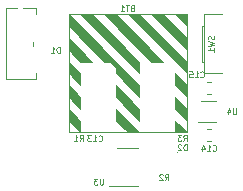
<source format=gbo>
%TF.GenerationSoftware,KiCad,Pcbnew,5.1.7-a382d34a8~87~ubuntu20.04.1*%
%TF.CreationDate,2020-10-26T14:53:32+05:00*%
%TF.ProjectId,OneRing,4f6e6552-696e-4672-9e6b-696361645f70,rev?*%
%TF.SameCoordinates,Original*%
%TF.FileFunction,Legend,Bot*%
%TF.FilePolarity,Positive*%
%FSLAX46Y46*%
G04 Gerber Fmt 4.6, Leading zero omitted, Abs format (unit mm)*
G04 Created by KiCad (PCBNEW 5.1.7-a382d34a8~87~ubuntu20.04.1) date 2020-10-26 14:53:32*
%MOMM*%
%LPD*%
G01*
G04 APERTURE LIST*
%ADD10C,0.120000*%
%ADD11C,0.100000*%
%ADD12C,0.125000*%
%ADD13C,1.700000*%
%ADD14C,0.600000*%
%ADD15C,1.100000*%
G04 APERTURE END LIST*
D10*
%TO.C,U4*%
X170950000Y-109100000D02*
X172500000Y-109100000D01*
X172500000Y-107300000D02*
X171200000Y-107300000D01*
D11*
%TO.C,BT1*%
G36*
X164000000Y-108000000D02*
G01*
X164000000Y-109000000D01*
X165000000Y-110000000D01*
X166000000Y-110000000D01*
X164000000Y-108000000D01*
G37*
X164000000Y-108000000D02*
X164000000Y-109000000D01*
X165000000Y-110000000D01*
X166000000Y-110000000D01*
X164000000Y-108000000D01*
G36*
X166000000Y-108000000D02*
G01*
X164000000Y-106000000D01*
X164000000Y-107000000D01*
X166000000Y-109000000D01*
X166000000Y-108000000D01*
G37*
X166000000Y-108000000D02*
X164000000Y-106000000D01*
X164000000Y-107000000D01*
X166000000Y-109000000D01*
X166000000Y-108000000D01*
G36*
X166000000Y-106000000D02*
G01*
X164000000Y-104000000D01*
X163500000Y-104000000D01*
X164000000Y-104500000D01*
X164000000Y-105000000D01*
X166000000Y-107000000D01*
X166000000Y-106000000D01*
G37*
X166000000Y-106000000D02*
X164000000Y-104000000D01*
X163500000Y-104000000D01*
X164000000Y-104500000D01*
X164000000Y-105000000D01*
X166000000Y-107000000D01*
X166000000Y-106000000D01*
G36*
X161000000Y-109000000D02*
G01*
X160000000Y-108000000D01*
X160000000Y-109000000D01*
X161000000Y-110000000D01*
X161000000Y-109000000D01*
G37*
X161000000Y-109000000D02*
X160000000Y-108000000D01*
X160000000Y-109000000D01*
X161000000Y-110000000D01*
X161000000Y-109000000D01*
G36*
X161000000Y-107000000D02*
G01*
X160000000Y-106000000D01*
X160000000Y-107000000D01*
X161000000Y-108000000D01*
X161000000Y-107000000D01*
G37*
X161000000Y-107000000D02*
X160000000Y-106000000D01*
X160000000Y-107000000D01*
X161000000Y-108000000D01*
X161000000Y-107000000D01*
G36*
X161000000Y-105000000D02*
G01*
X160000000Y-104000000D01*
X160000000Y-105000000D01*
X161000000Y-106000000D01*
X161000000Y-105000000D01*
G37*
X161000000Y-105000000D02*
X160000000Y-104000000D01*
X160000000Y-105000000D01*
X161000000Y-106000000D01*
X161000000Y-105000000D01*
G36*
X160000000Y-102000000D02*
G01*
X160000000Y-103000000D01*
X161000000Y-104000000D01*
X162000000Y-104000000D01*
X160000000Y-102000000D01*
G37*
X160000000Y-102000000D02*
X160000000Y-103000000D01*
X161000000Y-104000000D01*
X162000000Y-104000000D01*
X160000000Y-102000000D01*
G36*
X160000000Y-100000000D02*
G01*
X160000000Y-101000000D01*
X163000000Y-104000000D01*
X164000000Y-104000000D01*
X160000000Y-100000000D01*
G37*
X160000000Y-100000000D02*
X160000000Y-101000000D01*
X163000000Y-104000000D01*
X164000000Y-104000000D01*
X160000000Y-100000000D01*
G36*
X166000000Y-104000000D02*
G01*
X162000000Y-100000000D01*
X161000000Y-100000000D01*
X166000000Y-105000000D01*
X166000000Y-104000000D01*
G37*
X166000000Y-104000000D02*
X162000000Y-100000000D01*
X161000000Y-100000000D01*
X166000000Y-105000000D01*
X166000000Y-104000000D01*
G36*
X164000000Y-100000000D02*
G01*
X163000000Y-100000000D01*
X167000000Y-104000000D01*
X168000000Y-104000000D01*
X164000000Y-100000000D01*
G37*
X164000000Y-100000000D02*
X163000000Y-100000000D01*
X167000000Y-104000000D01*
X168000000Y-104000000D01*
X164000000Y-100000000D01*
G36*
X169000000Y-109000000D02*
G01*
X169000000Y-110000000D01*
X170000000Y-110000000D01*
X169000000Y-109000000D01*
G37*
X169000000Y-109000000D02*
X169000000Y-110000000D01*
X170000000Y-110000000D01*
X169000000Y-109000000D01*
G36*
X170000000Y-108000000D02*
G01*
X169000000Y-107000000D01*
X169000000Y-108000000D01*
X170000000Y-109000000D01*
X170000000Y-108000000D01*
G37*
X170000000Y-108000000D02*
X169000000Y-107000000D01*
X169000000Y-108000000D01*
X170000000Y-109000000D01*
X170000000Y-108000000D01*
G36*
X170000000Y-106000000D02*
G01*
X169000000Y-105000000D01*
X169000000Y-106000000D01*
X170000000Y-107000000D01*
X170000000Y-106000000D01*
G37*
X170000000Y-106000000D02*
X169000000Y-105000000D01*
X169000000Y-106000000D01*
X170000000Y-107000000D01*
X170000000Y-106000000D01*
G36*
X170000000Y-104000000D02*
G01*
X166000000Y-100000000D01*
X165000000Y-100000000D01*
X170000000Y-105000000D01*
X170000000Y-104000000D01*
G37*
X170000000Y-104000000D02*
X166000000Y-100000000D01*
X165000000Y-100000000D01*
X170000000Y-105000000D01*
X170000000Y-104000000D01*
G36*
X170000000Y-102000000D02*
G01*
X168000000Y-100000000D01*
X167000000Y-100000000D01*
X170000000Y-103000000D01*
X170000000Y-102000000D01*
G37*
X170000000Y-102000000D02*
X168000000Y-100000000D01*
X167000000Y-100000000D01*
X170000000Y-103000000D01*
X170000000Y-102000000D01*
G36*
X170000000Y-100000000D02*
G01*
X169000000Y-100000000D01*
X170000000Y-101000000D01*
X170000000Y-100000000D01*
G37*
X170000000Y-100000000D02*
X169000000Y-100000000D01*
X170000000Y-101000000D01*
X170000000Y-100000000D01*
D10*
X160000000Y-100000000D02*
X160000000Y-110000000D01*
X170000000Y-100000000D02*
X160000000Y-100000000D01*
X170000000Y-110000000D02*
X170000000Y-100000000D01*
X160000000Y-110000000D02*
X170000000Y-110000000D01*
%TO.C,C14*%
X172050279Y-109690000D02*
X171724721Y-109690000D01*
X172050279Y-110710000D02*
X171724721Y-110710000D01*
%TO.C,C15*%
X172050279Y-106710000D02*
X171724721Y-106710000D01*
X172050279Y-105690000D02*
X171724721Y-105690000D01*
D11*
%TO.C,D1*%
X160040000Y-104200000D02*
G75*
G03*
X160040000Y-104200000I-50000J0D01*
G01*
%TO.C,D2*%
X169225000Y-111700000D02*
G75*
G03*
X169225000Y-111700000I-50000J0D01*
G01*
D10*
%TO.C,J1*%
X157000000Y-102650000D02*
X157000000Y-102350000D01*
X157250000Y-99500000D02*
X157250000Y-100000000D01*
X154750000Y-105500000D02*
X157250000Y-105500000D01*
X154750000Y-99500000D02*
X154750000Y-105500000D01*
X157250000Y-99500000D02*
X154750000Y-99500000D01*
X157250000Y-105500000D02*
X157250000Y-105000000D01*
%TO.C,SW1*%
X171300000Y-104000000D02*
X171500000Y-104000000D01*
X171300000Y-101000000D02*
X171300000Y-104000000D01*
X171500000Y-101000000D02*
X171300000Y-101000000D01*
X171500000Y-100000000D02*
X173000000Y-100000000D01*
X171500000Y-105000000D02*
X173000000Y-105000000D01*
X171500000Y-100000000D02*
X171500000Y-105000000D01*
%TO.C,U3*%
X165900000Y-114510000D02*
X163450000Y-114510000D01*
X164100000Y-111290000D02*
X165900000Y-111290000D01*
%TO.C,U4*%
D12*
X174205952Y-107926190D02*
X174205952Y-108330952D01*
X174182142Y-108378571D01*
X174158333Y-108402380D01*
X174110714Y-108426190D01*
X174015476Y-108426190D01*
X173967857Y-108402380D01*
X173944047Y-108378571D01*
X173920238Y-108330952D01*
X173920238Y-107926190D01*
X173467857Y-108092857D02*
X173467857Y-108426190D01*
X173586904Y-107902380D02*
X173705952Y-108259523D01*
X173396428Y-108259523D01*
%TO.C,BT1*%
X165392857Y-99464285D02*
X165321428Y-99488095D01*
X165297619Y-99511904D01*
X165273809Y-99559523D01*
X165273809Y-99630952D01*
X165297619Y-99678571D01*
X165321428Y-99702380D01*
X165369047Y-99726190D01*
X165559523Y-99726190D01*
X165559523Y-99226190D01*
X165392857Y-99226190D01*
X165345238Y-99250000D01*
X165321428Y-99273809D01*
X165297619Y-99321428D01*
X165297619Y-99369047D01*
X165321428Y-99416666D01*
X165345238Y-99440476D01*
X165392857Y-99464285D01*
X165559523Y-99464285D01*
X165130952Y-99226190D02*
X164845238Y-99226190D01*
X164988095Y-99726190D02*
X164988095Y-99226190D01*
X164416666Y-99726190D02*
X164702380Y-99726190D01*
X164559523Y-99726190D02*
X164559523Y-99226190D01*
X164607142Y-99297619D01*
X164654761Y-99345238D01*
X164702380Y-99369047D01*
%TO.C,C13*%
X162546428Y-110703571D02*
X162570238Y-110727380D01*
X162641666Y-110751190D01*
X162689285Y-110751190D01*
X162760714Y-110727380D01*
X162808333Y-110679761D01*
X162832142Y-110632142D01*
X162855952Y-110536904D01*
X162855952Y-110465476D01*
X162832142Y-110370238D01*
X162808333Y-110322619D01*
X162760714Y-110275000D01*
X162689285Y-110251190D01*
X162641666Y-110251190D01*
X162570238Y-110275000D01*
X162546428Y-110298809D01*
X162070238Y-110751190D02*
X162355952Y-110751190D01*
X162213095Y-110751190D02*
X162213095Y-110251190D01*
X162260714Y-110322619D01*
X162308333Y-110370238D01*
X162355952Y-110394047D01*
X161903571Y-110251190D02*
X161594047Y-110251190D01*
X161760714Y-110441666D01*
X161689285Y-110441666D01*
X161641666Y-110465476D01*
X161617857Y-110489285D01*
X161594047Y-110536904D01*
X161594047Y-110655952D01*
X161617857Y-110703571D01*
X161641666Y-110727380D01*
X161689285Y-110751190D01*
X161832142Y-110751190D01*
X161879761Y-110727380D01*
X161903571Y-110703571D01*
%TO.C,C14*%
X172208928Y-111503571D02*
X172232738Y-111527380D01*
X172304166Y-111551190D01*
X172351785Y-111551190D01*
X172423214Y-111527380D01*
X172470833Y-111479761D01*
X172494642Y-111432142D01*
X172518452Y-111336904D01*
X172518452Y-111265476D01*
X172494642Y-111170238D01*
X172470833Y-111122619D01*
X172423214Y-111075000D01*
X172351785Y-111051190D01*
X172304166Y-111051190D01*
X172232738Y-111075000D01*
X172208928Y-111098809D01*
X171732738Y-111551190D02*
X172018452Y-111551190D01*
X171875595Y-111551190D02*
X171875595Y-111051190D01*
X171923214Y-111122619D01*
X171970833Y-111170238D01*
X172018452Y-111194047D01*
X171304166Y-111217857D02*
X171304166Y-111551190D01*
X171423214Y-111027380D02*
X171542261Y-111384523D01*
X171232738Y-111384523D01*
%TO.C,C15*%
X171171428Y-105278571D02*
X171195238Y-105302380D01*
X171266666Y-105326190D01*
X171314285Y-105326190D01*
X171385714Y-105302380D01*
X171433333Y-105254761D01*
X171457142Y-105207142D01*
X171480952Y-105111904D01*
X171480952Y-105040476D01*
X171457142Y-104945238D01*
X171433333Y-104897619D01*
X171385714Y-104850000D01*
X171314285Y-104826190D01*
X171266666Y-104826190D01*
X171195238Y-104850000D01*
X171171428Y-104873809D01*
X170695238Y-105326190D02*
X170980952Y-105326190D01*
X170838095Y-105326190D02*
X170838095Y-104826190D01*
X170885714Y-104897619D01*
X170933333Y-104945238D01*
X170980952Y-104969047D01*
X170242857Y-104826190D02*
X170480952Y-104826190D01*
X170504761Y-105064285D01*
X170480952Y-105040476D01*
X170433333Y-105016666D01*
X170314285Y-105016666D01*
X170266666Y-105040476D01*
X170242857Y-105064285D01*
X170219047Y-105111904D01*
X170219047Y-105230952D01*
X170242857Y-105278571D01*
X170266666Y-105302380D01*
X170314285Y-105326190D01*
X170433333Y-105326190D01*
X170480952Y-105302380D01*
X170504761Y-105278571D01*
%TO.C,D1*%
X159269047Y-103256190D02*
X159269047Y-102756190D01*
X159150000Y-102756190D01*
X159078571Y-102780000D01*
X159030952Y-102827619D01*
X159007142Y-102875238D01*
X158983333Y-102970476D01*
X158983333Y-103041904D01*
X159007142Y-103137142D01*
X159030952Y-103184761D01*
X159078571Y-103232380D01*
X159150000Y-103256190D01*
X159269047Y-103256190D01*
X158507142Y-103256190D02*
X158792857Y-103256190D01*
X158650000Y-103256190D02*
X158650000Y-102756190D01*
X158697619Y-102827619D01*
X158745238Y-102875238D01*
X158792857Y-102899047D01*
%TO.C,D2*%
X170019047Y-111516190D02*
X170019047Y-111016190D01*
X169900000Y-111016190D01*
X169828571Y-111040000D01*
X169780952Y-111087619D01*
X169757142Y-111135238D01*
X169733333Y-111230476D01*
X169733333Y-111301904D01*
X169757142Y-111397142D01*
X169780952Y-111444761D01*
X169828571Y-111492380D01*
X169900000Y-111516190D01*
X170019047Y-111516190D01*
X169542857Y-111063809D02*
X169519047Y-111040000D01*
X169471428Y-111016190D01*
X169352380Y-111016190D01*
X169304761Y-111040000D01*
X169280952Y-111063809D01*
X169257142Y-111111428D01*
X169257142Y-111159047D01*
X169280952Y-111230476D01*
X169566666Y-111516190D01*
X169257142Y-111516190D01*
%TO.C,R1*%
X160933333Y-110726190D02*
X161100000Y-110488095D01*
X161219047Y-110726190D02*
X161219047Y-110226190D01*
X161028571Y-110226190D01*
X160980952Y-110250000D01*
X160957142Y-110273809D01*
X160933333Y-110321428D01*
X160933333Y-110392857D01*
X160957142Y-110440476D01*
X160980952Y-110464285D01*
X161028571Y-110488095D01*
X161219047Y-110488095D01*
X160457142Y-110726190D02*
X160742857Y-110726190D01*
X160600000Y-110726190D02*
X160600000Y-110226190D01*
X160647619Y-110297619D01*
X160695238Y-110345238D01*
X160742857Y-110369047D01*
%TO.C,R2*%
X168168333Y-114026190D02*
X168335000Y-113788095D01*
X168454047Y-114026190D02*
X168454047Y-113526190D01*
X168263571Y-113526190D01*
X168215952Y-113550000D01*
X168192142Y-113573809D01*
X168168333Y-113621428D01*
X168168333Y-113692857D01*
X168192142Y-113740476D01*
X168215952Y-113764285D01*
X168263571Y-113788095D01*
X168454047Y-113788095D01*
X167977857Y-113573809D02*
X167954047Y-113550000D01*
X167906428Y-113526190D01*
X167787380Y-113526190D01*
X167739761Y-113550000D01*
X167715952Y-113573809D01*
X167692142Y-113621428D01*
X167692142Y-113669047D01*
X167715952Y-113740476D01*
X168001666Y-114026190D01*
X167692142Y-114026190D01*
%TO.C,R3*%
X169733333Y-110726190D02*
X169900000Y-110488095D01*
X170019047Y-110726190D02*
X170019047Y-110226190D01*
X169828571Y-110226190D01*
X169780952Y-110250000D01*
X169757142Y-110273809D01*
X169733333Y-110321428D01*
X169733333Y-110392857D01*
X169757142Y-110440476D01*
X169780952Y-110464285D01*
X169828571Y-110488095D01*
X170019047Y-110488095D01*
X169566666Y-110226190D02*
X169257142Y-110226190D01*
X169423809Y-110416666D01*
X169352380Y-110416666D01*
X169304761Y-110440476D01*
X169280952Y-110464285D01*
X169257142Y-110511904D01*
X169257142Y-110630952D01*
X169280952Y-110678571D01*
X169304761Y-110702380D01*
X169352380Y-110726190D01*
X169495238Y-110726190D01*
X169542857Y-110702380D01*
X169566666Y-110678571D01*
%TO.C,SW1*%
X172302380Y-101833333D02*
X172326190Y-101904761D01*
X172326190Y-102023809D01*
X172302380Y-102071428D01*
X172278571Y-102095238D01*
X172230952Y-102119047D01*
X172183333Y-102119047D01*
X172135714Y-102095238D01*
X172111904Y-102071428D01*
X172088095Y-102023809D01*
X172064285Y-101928571D01*
X172040476Y-101880952D01*
X172016666Y-101857142D01*
X171969047Y-101833333D01*
X171921428Y-101833333D01*
X171873809Y-101857142D01*
X171850000Y-101880952D01*
X171826190Y-101928571D01*
X171826190Y-102047619D01*
X171850000Y-102119047D01*
X171826190Y-102285714D02*
X172326190Y-102404761D01*
X171969047Y-102500000D01*
X172326190Y-102595238D01*
X171826190Y-102714285D01*
X172326190Y-103166666D02*
X172326190Y-102880952D01*
X172326190Y-103023809D02*
X171826190Y-103023809D01*
X171897619Y-102976190D01*
X171945238Y-102928571D01*
X171969047Y-102880952D01*
%TO.C,U3*%
X162920952Y-113926190D02*
X162920952Y-114330952D01*
X162897142Y-114378571D01*
X162873333Y-114402380D01*
X162825714Y-114426190D01*
X162730476Y-114426190D01*
X162682857Y-114402380D01*
X162659047Y-114378571D01*
X162635238Y-114330952D01*
X162635238Y-113926190D01*
X162444761Y-113926190D02*
X162135238Y-113926190D01*
X162301904Y-114116666D01*
X162230476Y-114116666D01*
X162182857Y-114140476D01*
X162159047Y-114164285D01*
X162135238Y-114211904D01*
X162135238Y-114330952D01*
X162159047Y-114378571D01*
X162182857Y-114402380D01*
X162230476Y-114426190D01*
X162373333Y-114426190D01*
X162420952Y-114402380D01*
X162444761Y-114378571D01*
%TD*%
%LPC*%
D13*
%TO.C,J2*%
X157000000Y-109000000D03*
%TD*%
%TO.C,J3*%
X161000000Y-113000000D03*
%TD*%
%TO.C,U4*%
G36*
G01*
X170700000Y-108850000D02*
X170700000Y-108550000D01*
G75*
G02*
X170750000Y-108500000I50000J0D01*
G01*
X171450000Y-108500000D01*
G75*
G02*
X171500000Y-108550000I0J-50000D01*
G01*
X171500000Y-108850000D01*
G75*
G02*
X171450000Y-108900000I-50000J0D01*
G01*
X170750000Y-108900000D01*
G75*
G02*
X170700000Y-108850000I0J50000D01*
G01*
G37*
G36*
G01*
X170700000Y-107850000D02*
X170700000Y-107550000D01*
G75*
G02*
X170750000Y-107500000I50000J0D01*
G01*
X171450000Y-107500000D01*
G75*
G02*
X171500000Y-107550000I0J-50000D01*
G01*
X171500000Y-107850000D01*
G75*
G02*
X171450000Y-107900000I-50000J0D01*
G01*
X170750000Y-107900000D01*
G75*
G02*
X170700000Y-107850000I0J50000D01*
G01*
G37*
G36*
G01*
X172200000Y-108850000D02*
X172200000Y-108550000D01*
G75*
G02*
X172250000Y-108500000I50000J0D01*
G01*
X172950000Y-108500000D01*
G75*
G02*
X173000000Y-108550000I0J-50000D01*
G01*
X173000000Y-108850000D01*
G75*
G02*
X172950000Y-108900000I-50000J0D01*
G01*
X172250000Y-108900000D01*
G75*
G02*
X172200000Y-108850000I0J50000D01*
G01*
G37*
G36*
G01*
X170700000Y-108350000D02*
X170700000Y-108050000D01*
G75*
G02*
X170750000Y-108000000I50000J0D01*
G01*
X171450000Y-108000000D01*
G75*
G02*
X171500000Y-108050000I0J-50000D01*
G01*
X171500000Y-108350000D01*
G75*
G02*
X171450000Y-108400000I-50000J0D01*
G01*
X170750000Y-108400000D01*
G75*
G02*
X170700000Y-108350000I0J50000D01*
G01*
G37*
G36*
G01*
X172200000Y-107850000D02*
X172200000Y-107550000D01*
G75*
G02*
X172250000Y-107500000I50000J0D01*
G01*
X172950000Y-107500000D01*
G75*
G02*
X173000000Y-107550000I0J-50000D01*
G01*
X173000000Y-107850000D01*
G75*
G02*
X172950000Y-107900000I-50000J0D01*
G01*
X172250000Y-107900000D01*
G75*
G02*
X172200000Y-107850000I0J50000D01*
G01*
G37*
G36*
G01*
X172200000Y-108350000D02*
X172200000Y-108050000D01*
G75*
G02*
X172250000Y-108000000I50000J0D01*
G01*
X172950000Y-108000000D01*
G75*
G02*
X173000000Y-108050000I0J-50000D01*
G01*
X173000000Y-108350000D01*
G75*
G02*
X172950000Y-108400000I-50000J0D01*
G01*
X172250000Y-108400000D01*
G75*
G02*
X172200000Y-108350000I0J50000D01*
G01*
G37*
%TD*%
%TO.C,BT1*%
G36*
G01*
X161450000Y-109025000D02*
X161450000Y-104975000D01*
G75*
G02*
X161975000Y-104450000I525000J0D01*
G01*
X163025000Y-104450000D01*
G75*
G02*
X163550000Y-104975000I0J-525000D01*
G01*
X163550000Y-109025000D01*
G75*
G02*
X163025000Y-109550000I-525000J0D01*
G01*
X161975000Y-109550000D01*
G75*
G02*
X161450000Y-109025000I0J525000D01*
G01*
G37*
G36*
G01*
X166450000Y-109025000D02*
X166450000Y-104975000D01*
G75*
G02*
X166975000Y-104450000I525000J0D01*
G01*
X168025000Y-104450000D01*
G75*
G02*
X168550000Y-104975000I0J-525000D01*
G01*
X168550000Y-109025000D01*
G75*
G02*
X168025000Y-109550000I-525000J0D01*
G01*
X166975000Y-109550000D01*
G75*
G02*
X166450000Y-109025000I0J525000D01*
G01*
G37*
%TD*%
%TO.C,C13*%
G36*
G01*
X165875000Y-110302500D02*
X165875000Y-110697500D01*
G75*
G02*
X165702500Y-110870000I-172500J0D01*
G01*
X165357500Y-110870000D01*
G75*
G02*
X165185000Y-110697500I0J172500D01*
G01*
X165185000Y-110302500D01*
G75*
G02*
X165357500Y-110130000I172500J0D01*
G01*
X165702500Y-110130000D01*
G75*
G02*
X165875000Y-110302500I0J-172500D01*
G01*
G37*
G36*
G01*
X166845000Y-110302500D02*
X166845000Y-110697500D01*
G75*
G02*
X166672500Y-110870000I-172500J0D01*
G01*
X166327500Y-110870000D01*
G75*
G02*
X166155000Y-110697500I0J172500D01*
G01*
X166155000Y-110302500D01*
G75*
G02*
X166327500Y-110130000I172500J0D01*
G01*
X166672500Y-110130000D01*
G75*
G02*
X166845000Y-110302500I0J-172500D01*
G01*
G37*
%TD*%
%TO.C,C14*%
G36*
G01*
X171587500Y-109918750D02*
X171587500Y-110481250D01*
G75*
G02*
X171343750Y-110725000I-243750J0D01*
G01*
X170856250Y-110725000D01*
G75*
G02*
X170612500Y-110481250I0J243750D01*
G01*
X170612500Y-109918750D01*
G75*
G02*
X170856250Y-109675000I243750J0D01*
G01*
X171343750Y-109675000D01*
G75*
G02*
X171587500Y-109918750I0J-243750D01*
G01*
G37*
G36*
G01*
X173162500Y-109918750D02*
X173162500Y-110481250D01*
G75*
G02*
X172918750Y-110725000I-243750J0D01*
G01*
X172431250Y-110725000D01*
G75*
G02*
X172187500Y-110481250I0J243750D01*
G01*
X172187500Y-109918750D01*
G75*
G02*
X172431250Y-109675000I243750J0D01*
G01*
X172918750Y-109675000D01*
G75*
G02*
X173162500Y-109918750I0J-243750D01*
G01*
G37*
%TD*%
%TO.C,C15*%
G36*
G01*
X173162500Y-105918750D02*
X173162500Y-106481250D01*
G75*
G02*
X172918750Y-106725000I-243750J0D01*
G01*
X172431250Y-106725000D01*
G75*
G02*
X172187500Y-106481250I0J243750D01*
G01*
X172187500Y-105918750D01*
G75*
G02*
X172431250Y-105675000I243750J0D01*
G01*
X172918750Y-105675000D01*
G75*
G02*
X173162500Y-105918750I0J-243750D01*
G01*
G37*
G36*
G01*
X171587500Y-105918750D02*
X171587500Y-106481250D01*
G75*
G02*
X171343750Y-106725000I-243750J0D01*
G01*
X170856250Y-106725000D01*
G75*
G02*
X170612500Y-106481250I0J243750D01*
G01*
X170612500Y-105918750D01*
G75*
G02*
X170856250Y-105675000I243750J0D01*
G01*
X171343750Y-105675000D01*
G75*
G02*
X171587500Y-105918750I0J-243750D01*
G01*
G37*
%TD*%
%TO.C,D1*%
G36*
G01*
X158760000Y-104002500D02*
X158760000Y-104397500D01*
G75*
G02*
X158587500Y-104570000I-172500J0D01*
G01*
X158242500Y-104570000D01*
G75*
G02*
X158070000Y-104397500I0J172500D01*
G01*
X158070000Y-104002500D01*
G75*
G02*
X158242500Y-103830000I172500J0D01*
G01*
X158587500Y-103830000D01*
G75*
G02*
X158760000Y-104002500I0J-172500D01*
G01*
G37*
G36*
G01*
X159730000Y-104002500D02*
X159730000Y-104397500D01*
G75*
G02*
X159557500Y-104570000I-172500J0D01*
G01*
X159212500Y-104570000D01*
G75*
G02*
X159040000Y-104397500I0J172500D01*
G01*
X159040000Y-104002500D01*
G75*
G02*
X159212500Y-103830000I172500J0D01*
G01*
X159557500Y-103830000D01*
G75*
G02*
X159730000Y-104002500I0J-172500D01*
G01*
G37*
%TD*%
%TO.C,D2*%
G36*
G01*
X168915000Y-111502500D02*
X168915000Y-111897500D01*
G75*
G02*
X168742500Y-112070000I-172500J0D01*
G01*
X168397500Y-112070000D01*
G75*
G02*
X168225000Y-111897500I0J172500D01*
G01*
X168225000Y-111502500D01*
G75*
G02*
X168397500Y-111330000I172500J0D01*
G01*
X168742500Y-111330000D01*
G75*
G02*
X168915000Y-111502500I0J-172500D01*
G01*
G37*
G36*
G01*
X167945000Y-111502500D02*
X167945000Y-111897500D01*
G75*
G02*
X167772500Y-112070000I-172500J0D01*
G01*
X167427500Y-112070000D01*
G75*
G02*
X167255000Y-111897500I0J172500D01*
G01*
X167255000Y-111502500D01*
G75*
G02*
X167427500Y-111330000I172500J0D01*
G01*
X167772500Y-111330000D01*
G75*
G02*
X167945000Y-111502500I0J-172500D01*
G01*
G37*
%TD*%
D14*
%TO.C,J1*%
X156000000Y-105250000D03*
X156000000Y-99750000D03*
G36*
G01*
X157750000Y-104700000D02*
X155250000Y-104700000D01*
G75*
G02*
X155200000Y-104650000I0J50000D01*
G01*
X155200000Y-102850000D01*
G75*
G02*
X155250000Y-102800000I50000J0D01*
G01*
X157750000Y-102800000D01*
G75*
G02*
X157800000Y-102850000I0J-50000D01*
G01*
X157800000Y-104650000D01*
G75*
G02*
X157750000Y-104700000I-50000J0D01*
G01*
G37*
G36*
G01*
X157750000Y-102200000D02*
X155250000Y-102200000D01*
G75*
G02*
X155200000Y-102150000I0J50000D01*
G01*
X155200000Y-100350000D01*
G75*
G02*
X155250000Y-100300000I50000J0D01*
G01*
X157750000Y-100300000D01*
G75*
G02*
X157800000Y-100350000I0J-50000D01*
G01*
X157800000Y-102150000D01*
G75*
G02*
X157750000Y-102200000I-50000J0D01*
G01*
G37*
%TD*%
%TO.C,R1*%
G36*
G01*
X164845000Y-110302500D02*
X164845000Y-110697500D01*
G75*
G02*
X164672500Y-110870000I-172500J0D01*
G01*
X164327500Y-110870000D01*
G75*
G02*
X164155000Y-110697500I0J172500D01*
G01*
X164155000Y-110302500D01*
G75*
G02*
X164327500Y-110130000I172500J0D01*
G01*
X164672500Y-110130000D01*
G75*
G02*
X164845000Y-110302500I0J-172500D01*
G01*
G37*
G36*
G01*
X163875000Y-110302500D02*
X163875000Y-110697500D01*
G75*
G02*
X163702500Y-110870000I-172500J0D01*
G01*
X163357500Y-110870000D01*
G75*
G02*
X163185000Y-110697500I0J172500D01*
G01*
X163185000Y-110302500D01*
G75*
G02*
X163357500Y-110130000I172500J0D01*
G01*
X163702500Y-110130000D01*
G75*
G02*
X163875000Y-110302500I0J-172500D01*
G01*
G37*
%TD*%
%TO.C,R2*%
G36*
G01*
X167945000Y-112702500D02*
X167945000Y-113097500D01*
G75*
G02*
X167772500Y-113270000I-172500J0D01*
G01*
X167427500Y-113270000D01*
G75*
G02*
X167255000Y-113097500I0J172500D01*
G01*
X167255000Y-112702500D01*
G75*
G02*
X167427500Y-112530000I172500J0D01*
G01*
X167772500Y-112530000D01*
G75*
G02*
X167945000Y-112702500I0J-172500D01*
G01*
G37*
G36*
G01*
X168915000Y-112702500D02*
X168915000Y-113097500D01*
G75*
G02*
X168742500Y-113270000I-172500J0D01*
G01*
X168397500Y-113270000D01*
G75*
G02*
X168225000Y-113097500I0J172500D01*
G01*
X168225000Y-112702500D01*
G75*
G02*
X168397500Y-112530000I172500J0D01*
G01*
X168742500Y-112530000D01*
G75*
G02*
X168915000Y-112702500I0J-172500D01*
G01*
G37*
%TD*%
%TO.C,R3*%
G36*
G01*
X167255000Y-110697500D02*
X167255000Y-110302500D01*
G75*
G02*
X167427500Y-110130000I172500J0D01*
G01*
X167772500Y-110130000D01*
G75*
G02*
X167945000Y-110302500I0J-172500D01*
G01*
X167945000Y-110697500D01*
G75*
G02*
X167772500Y-110870000I-172500J0D01*
G01*
X167427500Y-110870000D01*
G75*
G02*
X167255000Y-110697500I0J172500D01*
G01*
G37*
G36*
G01*
X168225000Y-110697500D02*
X168225000Y-110302500D01*
G75*
G02*
X168397500Y-110130000I172500J0D01*
G01*
X168742500Y-110130000D01*
G75*
G02*
X168915000Y-110302500I0J-172500D01*
G01*
X168915000Y-110697500D01*
G75*
G02*
X168742500Y-110870000I-172500J0D01*
G01*
X168397500Y-110870000D01*
G75*
G02*
X168225000Y-110697500I0J172500D01*
G01*
G37*
%TD*%
%TO.C,SW1*%
G36*
G01*
X172050000Y-100400000D02*
X172950000Y-100400000D01*
G75*
G02*
X173150000Y-100600000I0J-200000D01*
G01*
X173150000Y-101000000D01*
G75*
G02*
X172950000Y-101200000I-200000J0D01*
G01*
X172050000Y-101200000D01*
G75*
G02*
X171850000Y-101000000I0J200000D01*
G01*
X171850000Y-100600000D01*
G75*
G02*
X172050000Y-100400000I200000J0D01*
G01*
G37*
G36*
G01*
X172100000Y-103800000D02*
X173000000Y-103800000D01*
G75*
G02*
X173200000Y-104000000I0J-200000D01*
G01*
X173200000Y-104400000D01*
G75*
G02*
X173000000Y-104600000I-200000J0D01*
G01*
X172100000Y-104600000D01*
G75*
G02*
X171900000Y-104400000I0J200000D01*
G01*
X171900000Y-104000000D01*
G75*
G02*
X172100000Y-103800000I200000J0D01*
G01*
G37*
G36*
G01*
X173800000Y-99800000D02*
X175100000Y-99800000D01*
G75*
G02*
X175150000Y-99850000I0J-50000D01*
G01*
X175150000Y-100450000D01*
G75*
G02*
X175100000Y-100500000I-50000J0D01*
G01*
X173800000Y-100500000D01*
G75*
G02*
X173750000Y-100450000I0J50000D01*
G01*
X173750000Y-99850000D01*
G75*
G02*
X173800000Y-99800000I50000J0D01*
G01*
G37*
D15*
X173800000Y-101650000D03*
X173800000Y-103350000D03*
G36*
G01*
X175150000Y-99850000D02*
X175150000Y-100950000D01*
G75*
G02*
X175100000Y-101000000I-50000J0D01*
G01*
X174500000Y-101000000D01*
G75*
G02*
X174450000Y-100950000I0J50000D01*
G01*
X174450000Y-99850000D01*
G75*
G02*
X174500000Y-99800000I50000J0D01*
G01*
X175100000Y-99800000D01*
G75*
G02*
X175150000Y-99850000I0J-50000D01*
G01*
G37*
G36*
G01*
X173800000Y-104500000D02*
X175100000Y-104500000D01*
G75*
G02*
X175150000Y-104550000I0J-50000D01*
G01*
X175150000Y-105150000D01*
G75*
G02*
X175100000Y-105200000I-50000J0D01*
G01*
X173800000Y-105200000D01*
G75*
G02*
X173750000Y-105150000I0J50000D01*
G01*
X173750000Y-104550000D01*
G75*
G02*
X173800000Y-104500000I50000J0D01*
G01*
G37*
G36*
G01*
X175150000Y-104050000D02*
X175150000Y-105150000D01*
G75*
G02*
X175100000Y-105200000I-50000J0D01*
G01*
X174500000Y-105200000D01*
G75*
G02*
X174450000Y-105150000I0J50000D01*
G01*
X174450000Y-104050000D01*
G75*
G02*
X174500000Y-104000000I50000J0D01*
G01*
X175100000Y-104000000D01*
G75*
G02*
X175150000Y-104050000I0J-50000D01*
G01*
G37*
G36*
G01*
X173800000Y-99200000D02*
X175100000Y-99200000D01*
G75*
G02*
X175150000Y-99250000I0J-50000D01*
G01*
X175150000Y-99850000D01*
G75*
G02*
X175100000Y-99900000I-50000J0D01*
G01*
X173800000Y-99900000D01*
G75*
G02*
X173750000Y-99850000I0J50000D01*
G01*
X173750000Y-99250000D01*
G75*
G02*
X173800000Y-99200000I50000J0D01*
G01*
G37*
G36*
G01*
X173800000Y-105100000D02*
X175100000Y-105100000D01*
G75*
G02*
X175150000Y-105150000I0J-50000D01*
G01*
X175150000Y-105750000D01*
G75*
G02*
X175100000Y-105800000I-50000J0D01*
G01*
X173800000Y-105800000D01*
G75*
G02*
X173750000Y-105750000I0J50000D01*
G01*
X173750000Y-105150000D01*
G75*
G02*
X173800000Y-105100000I50000J0D01*
G01*
G37*
%TD*%
%TO.C,U3*%
G36*
G01*
X163320000Y-114175000D02*
X163320000Y-113525000D01*
G75*
G02*
X163370000Y-113475000I50000J0D01*
G01*
X164430000Y-113475000D01*
G75*
G02*
X164480000Y-113525000I0J-50000D01*
G01*
X164480000Y-114175000D01*
G75*
G02*
X164430000Y-114225000I-50000J0D01*
G01*
X163370000Y-114225000D01*
G75*
G02*
X163320000Y-114175000I0J50000D01*
G01*
G37*
G36*
G01*
X163320000Y-113225000D02*
X163320000Y-112575000D01*
G75*
G02*
X163370000Y-112525000I50000J0D01*
G01*
X164430000Y-112525000D01*
G75*
G02*
X164480000Y-112575000I0J-50000D01*
G01*
X164480000Y-113225000D01*
G75*
G02*
X164430000Y-113275000I-50000J0D01*
G01*
X163370000Y-113275000D01*
G75*
G02*
X163320000Y-113225000I0J50000D01*
G01*
G37*
G36*
G01*
X163320000Y-112275000D02*
X163320000Y-111625000D01*
G75*
G02*
X163370000Y-111575000I50000J0D01*
G01*
X164430000Y-111575000D01*
G75*
G02*
X164480000Y-111625000I0J-50000D01*
G01*
X164480000Y-112275000D01*
G75*
G02*
X164430000Y-112325000I-50000J0D01*
G01*
X163370000Y-112325000D01*
G75*
G02*
X163320000Y-112275000I0J50000D01*
G01*
G37*
G36*
G01*
X165520000Y-112275000D02*
X165520000Y-111625000D01*
G75*
G02*
X165570000Y-111575000I50000J0D01*
G01*
X166630000Y-111575000D01*
G75*
G02*
X166680000Y-111625000I0J-50000D01*
G01*
X166680000Y-112275000D01*
G75*
G02*
X166630000Y-112325000I-50000J0D01*
G01*
X165570000Y-112325000D01*
G75*
G02*
X165520000Y-112275000I0J50000D01*
G01*
G37*
G36*
G01*
X165520000Y-114175000D02*
X165520000Y-113525000D01*
G75*
G02*
X165570000Y-113475000I50000J0D01*
G01*
X166630000Y-113475000D01*
G75*
G02*
X166680000Y-113525000I0J-50000D01*
G01*
X166680000Y-114175000D01*
G75*
G02*
X166630000Y-114225000I-50000J0D01*
G01*
X165570000Y-114225000D01*
G75*
G02*
X165520000Y-114175000I0J50000D01*
G01*
G37*
G36*
G01*
X165520000Y-113225000D02*
X165520000Y-112575000D01*
G75*
G02*
X165570000Y-112525000I50000J0D01*
G01*
X166630000Y-112525000D01*
G75*
G02*
X166680000Y-112575000I0J-50000D01*
G01*
X166680000Y-113225000D01*
G75*
G02*
X166630000Y-113275000I-50000J0D01*
G01*
X165570000Y-113275000D01*
G75*
G02*
X165520000Y-113225000I0J50000D01*
G01*
G37*
%TD*%
M02*

</source>
